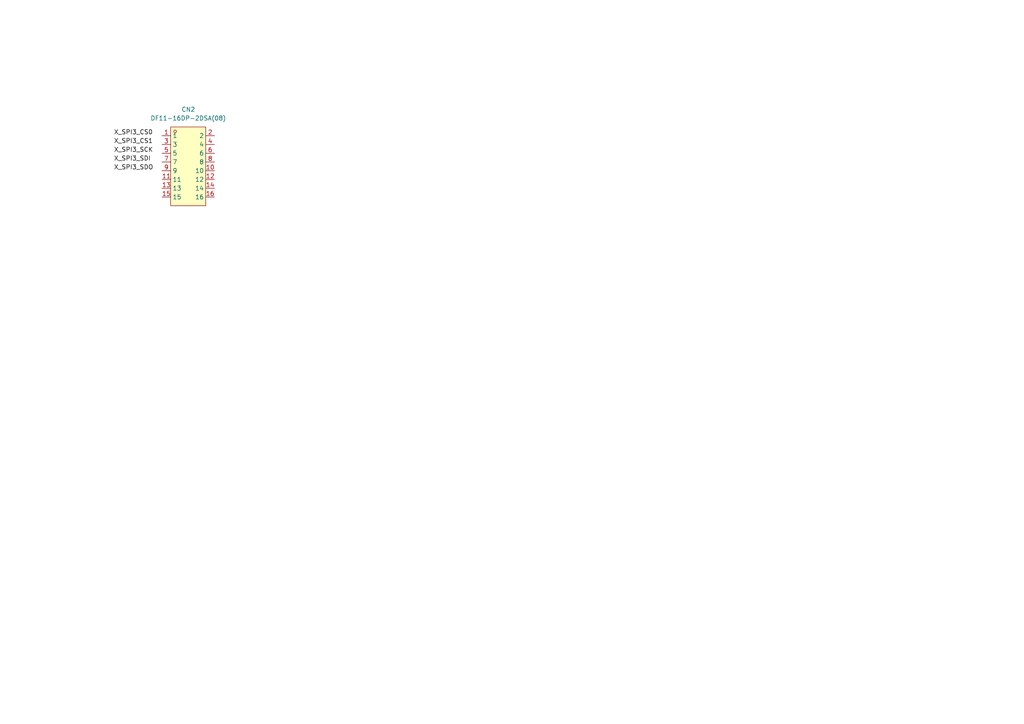
<source format=kicad_sch>
(kicad_sch (version 20250114) (generator "eeschema") (generator_version "9.0")
  (paper "A4")
  (lib_symbols
    (symbol "imx8_carrier_board_symbol_library:DF11-16DP-2DSA(08)"
      (property "Reference" "CN" (at 0 13.97 0))
      (property "Value" "DF11-16DP-2DSA(08)" (at 0 -13.97 0))
      (symbol "DF11-16DP-2DSA(08)_0_1"
        (rectangle (start -5.08 11.43) (end 5.08 -11.43) (fill (type background)))
        (circle (center -3.81 10.16) (radius 0.38))
        (pin unspecified line (at -7.62 8.89 0) (length 2.54) (name "1") (number "1"))
        (pin unspecified line (at -7.62 6.35 0) (length 2.54) (name "3") (number "3"))
        (pin unspecified line (at -7.62 3.81 0) (length 2.54) (name "5") (number "5"))
        (pin unspecified line (at -7.62 1.27 0) (length 2.54) (name "7") (number "7"))
        (pin unspecified line (at -7.62 -1.27 0) (length 2.54) (name "9") (number "9"))
        (pin unspecified line (at -7.62 -3.81 0) (length 2.54) (name "11") (number "11"))
        (pin unspecified line (at -7.62 -6.35 0) (length 2.54) (name "13") (number "13"))
        (pin unspecified line (at -7.62 -8.89 0) (length 2.54) (name "15") (number "15"))
        (pin unspecified line (at 7.62 8.89 180) (length 2.54) (name "2") (number "2"))
        (pin unspecified line (at 7.62 6.35 180) (length 2.54) (name "4") (number "4"))
        (pin unspecified line (at 7.62 3.81 180) (length 2.54) (name "6") (number "6"))
        (pin unspecified line (at 7.62 1.27 180) (length 2.54) (name "8") (number "8"))
        (pin unspecified line (at 7.62 -1.27 180) (length 2.54) (name "10") (number "10"))
        (pin unspecified line (at 7.62 -3.81 180) (length 2.54) (name "12") (number "12"))
        (pin unspecified line (at 7.62 -6.35 180) (length 2.54) (name "14") (number "14"))
        (pin unspecified line (at 7.62 -8.89 180) (length 2.54) (name "16") (number "16"))
      )
    )
  )
  (label "X_SPI3_SCK" (at 33.02 44.45 0))
  (label "X_SPI3_SDI" (at 33.02 46.99 0))
  (label "X_SPI3_CS1" (at 33.02 41.91 0))
  (label "X_SPI3_CS0" (at 33.02 39.37 0))
  (label "X_SPI3_SDO" (at 33.02 49.53 0))
  (symbol (lib_id "imx8_carrier_board_symbol_library:DF11-16DP-2DSA(08)") (at 54.61 48.26 0) (unit 1)
    (property "Reference" "CN2" (at 54.61 31.75 0))
    (property "Value" "DF11-16DP-2DSA(08)" (at 54.61 34.29 0))
    (property "Footprint" "imx8_carrier_board_footprints:CONN-TH_DF11-16DP-2DSA-08" (effects (hide yes)))
    (property "Datasheet" "https://lcsc.com/product-detail/Wire-To-Board-Wire-To-Wire-Connector_HRS-Hirose-HRS-DF11-16DP-2DSA-08_C530981.html" (effects (hide yes)))
    (property "LCSC Part" "C530981" (effects (hide yes)))
  )
)
</source>
